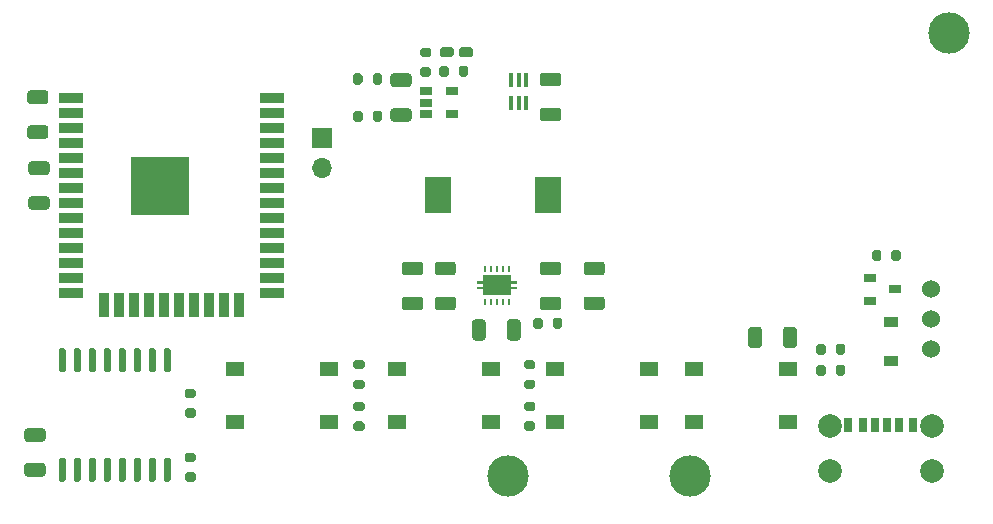
<source format=gbr>
G04 #@! TF.GenerationSoftware,KiCad,Pcbnew,5.1.10-88a1d61d58~90~ubuntu20.04.1*
G04 #@! TF.CreationDate,2021-08-07T17:50:34+05:30*
G04 #@! TF.ProjectId,open_authenticator,6f70656e-5f61-4757-9468-656e74696361,v01*
G04 #@! TF.SameCoordinates,Original*
G04 #@! TF.FileFunction,Soldermask,Top*
G04 #@! TF.FilePolarity,Negative*
%FSLAX46Y46*%
G04 Gerber Fmt 4.6, Leading zero omitted, Abs format (unit mm)*
G04 Created by KiCad (PCBNEW 5.1.10-88a1d61d58~90~ubuntu20.04.1) date 2021-08-07 17:50:34*
%MOMM*%
%LPD*%
G01*
G04 APERTURE LIST*
%ADD10C,3.500000*%
%ADD11R,1.550000X1.300000*%
%ADD12R,0.700000X1.200000*%
%ADD13R,0.760000X1.200000*%
%ADD14R,0.800000X1.200000*%
%ADD15C,2.000000*%
%ADD16R,1.200000X0.900000*%
%ADD17R,0.240000X0.600000*%
%ADD18C,0.100000*%
%ADD19R,0.400000X1.200000*%
%ADD20R,2.200000X3.050000*%
%ADD21R,1.100000X0.650000*%
%ADD22R,2.000000X0.900000*%
%ADD23R,0.900000X2.000000*%
%ADD24R,5.000000X5.000000*%
%ADD25R,1.060000X0.650000*%
%ADD26R,1.700000X1.700000*%
%ADD27O,1.700000X1.700000*%
%ADD28C,1.524000*%
G04 APERTURE END LIST*
D10*
X132422900Y-119659400D03*
X147802600Y-119659400D03*
X169765980Y-82179160D03*
D11*
X156075000Y-110600000D03*
X156075000Y-115100000D03*
X148125000Y-115100000D03*
X148125000Y-110600000D03*
D12*
X163480000Y-115311720D03*
D13*
X165500000Y-115311720D03*
D14*
X166730000Y-115311720D03*
D12*
X164480000Y-115311720D03*
D13*
X162460000Y-115311720D03*
D14*
X161230000Y-115311720D03*
D15*
X159660000Y-119261720D03*
X168300000Y-119261720D03*
X168300000Y-115461720D03*
X159660000Y-115461720D03*
D11*
X109300000Y-110600000D03*
X109300000Y-115100000D03*
X117250000Y-115100000D03*
X117250000Y-110600000D03*
G36*
G01*
X105775000Y-113075000D02*
X105225000Y-113075000D01*
G75*
G02*
X105025000Y-112875000I0J200000D01*
G01*
X105025000Y-112475000D01*
G75*
G02*
X105225000Y-112275000I200000J0D01*
G01*
X105775000Y-112275000D01*
G75*
G02*
X105975000Y-112475000I0J-200000D01*
G01*
X105975000Y-112875000D01*
G75*
G02*
X105775000Y-113075000I-200000J0D01*
G01*
G37*
G36*
G01*
X105775000Y-114725000D02*
X105225000Y-114725000D01*
G75*
G02*
X105025000Y-114525000I0J200000D01*
G01*
X105025000Y-114125000D01*
G75*
G02*
X105225000Y-113925000I200000J0D01*
G01*
X105775000Y-113925000D01*
G75*
G02*
X105975000Y-114125000I0J-200000D01*
G01*
X105975000Y-114525000D01*
G75*
G02*
X105775000Y-114725000I-200000J0D01*
G01*
G37*
D16*
X164833300Y-106647980D03*
X164833300Y-109947980D03*
G36*
G01*
X123674999Y-104475000D02*
X124975001Y-104475000D01*
G75*
G02*
X125225000Y-104724999I0J-249999D01*
G01*
X125225000Y-105375001D01*
G75*
G02*
X124975001Y-105625000I-249999J0D01*
G01*
X123674999Y-105625000D01*
G75*
G02*
X123425000Y-105375001I0J249999D01*
G01*
X123425000Y-104724999D01*
G75*
G02*
X123674999Y-104475000I249999J0D01*
G01*
G37*
G36*
G01*
X123674999Y-101525000D02*
X124975001Y-101525000D01*
G75*
G02*
X125225000Y-101774999I0J-249999D01*
G01*
X125225000Y-102425001D01*
G75*
G02*
X124975001Y-102675000I-249999J0D01*
G01*
X123674999Y-102675000D01*
G75*
G02*
X123425000Y-102425001I0J249999D01*
G01*
X123425000Y-101774999D01*
G75*
G02*
X123674999Y-101525000I249999J0D01*
G01*
G37*
D17*
X132500000Y-102100000D03*
X132000000Y-102100000D03*
X131500000Y-102100000D03*
X131000000Y-102100000D03*
X130500000Y-102100000D03*
X130500000Y-104900000D03*
X131000000Y-104900000D03*
X131500000Y-104900000D03*
X132000000Y-104900000D03*
X132500000Y-104900000D03*
D18*
G36*
X132700000Y-103375000D02*
G01*
X132700000Y-103625000D01*
X133200000Y-103625000D01*
X133200000Y-103875000D01*
X132700000Y-103875000D01*
X132700000Y-104325000D01*
X130300000Y-104325000D01*
X130300000Y-103875000D01*
X129800000Y-103875000D01*
X129800000Y-103625000D01*
X130300000Y-103625000D01*
X130300000Y-103375000D01*
X129800000Y-103375000D01*
X129800000Y-103125000D01*
X130300000Y-103125000D01*
X130300000Y-102675000D01*
X132700000Y-102675000D01*
X132700000Y-103125000D01*
X133200000Y-103125000D01*
X133200000Y-103375000D01*
X132700000Y-103375000D01*
G37*
G36*
G01*
X91699999Y-118575000D02*
X93000001Y-118575000D01*
G75*
G02*
X93250000Y-118824999I0J-249999D01*
G01*
X93250000Y-119475001D01*
G75*
G02*
X93000001Y-119725000I-249999J0D01*
G01*
X91699999Y-119725000D01*
G75*
G02*
X91450000Y-119475001I0J249999D01*
G01*
X91450000Y-118824999D01*
G75*
G02*
X91699999Y-118575000I249999J0D01*
G01*
G37*
G36*
G01*
X91699999Y-115625000D02*
X93000001Y-115625000D01*
G75*
G02*
X93250000Y-115874999I0J-249999D01*
G01*
X93250000Y-116525001D01*
G75*
G02*
X93000001Y-116775000I-249999J0D01*
G01*
X91699999Y-116775000D01*
G75*
G02*
X91450000Y-116525001I0J249999D01*
G01*
X91450000Y-115874999D01*
G75*
G02*
X91699999Y-115625000I249999J0D01*
G01*
G37*
G36*
G01*
X91949999Y-87025000D02*
X93250001Y-87025000D01*
G75*
G02*
X93500000Y-87274999I0J-249999D01*
G01*
X93500000Y-87925001D01*
G75*
G02*
X93250001Y-88175000I-249999J0D01*
G01*
X91949999Y-88175000D01*
G75*
G02*
X91700000Y-87925001I0J249999D01*
G01*
X91700000Y-87274999D01*
G75*
G02*
X91949999Y-87025000I249999J0D01*
G01*
G37*
G36*
G01*
X91949999Y-89975000D02*
X93250001Y-89975000D01*
G75*
G02*
X93500000Y-90224999I0J-249999D01*
G01*
X93500000Y-90875001D01*
G75*
G02*
X93250001Y-91125000I-249999J0D01*
G01*
X91949999Y-91125000D01*
G75*
G02*
X91700000Y-90875001I0J249999D01*
G01*
X91700000Y-90224999D01*
G75*
G02*
X91949999Y-89975000I249999J0D01*
G01*
G37*
G36*
G01*
X93350001Y-97125000D02*
X92049999Y-97125000D01*
G75*
G02*
X91800000Y-96875001I0J249999D01*
G01*
X91800000Y-96224999D01*
G75*
G02*
X92049999Y-95975000I249999J0D01*
G01*
X93350001Y-95975000D01*
G75*
G02*
X93600000Y-96224999I0J-249999D01*
G01*
X93600000Y-96875001D01*
G75*
G02*
X93350001Y-97125000I-249999J0D01*
G01*
G37*
G36*
G01*
X93350001Y-94175000D02*
X92049999Y-94175000D01*
G75*
G02*
X91800000Y-93925001I0J249999D01*
G01*
X91800000Y-93274999D01*
G75*
G02*
X92049999Y-93025000I249999J0D01*
G01*
X93350001Y-93025000D01*
G75*
G02*
X93600000Y-93274999I0J-249999D01*
G01*
X93600000Y-93925001D01*
G75*
G02*
X93350001Y-94175000I-249999J0D01*
G01*
G37*
G36*
G01*
X156854720Y-107285379D02*
X156854720Y-108585381D01*
G75*
G02*
X156604721Y-108835380I-249999J0D01*
G01*
X155954719Y-108835380D01*
G75*
G02*
X155704720Y-108585381I0J249999D01*
G01*
X155704720Y-107285379D01*
G75*
G02*
X155954719Y-107035380I249999J0D01*
G01*
X156604721Y-107035380D01*
G75*
G02*
X156854720Y-107285379I0J-249999D01*
G01*
G37*
G36*
G01*
X153904720Y-107285379D02*
X153904720Y-108585381D01*
G75*
G02*
X153654721Y-108835380I-249999J0D01*
G01*
X153004719Y-108835380D01*
G75*
G02*
X152754720Y-108585381I0J249999D01*
G01*
X152754720Y-107285379D01*
G75*
G02*
X153004719Y-107035380I249999J0D01*
G01*
X153654721Y-107035380D01*
G75*
G02*
X153904720Y-107285379I0J-249999D01*
G01*
G37*
G36*
G01*
X122699999Y-85575000D02*
X124000001Y-85575000D01*
G75*
G02*
X124250000Y-85824999I0J-249999D01*
G01*
X124250000Y-86475001D01*
G75*
G02*
X124000001Y-86725000I-249999J0D01*
G01*
X122699999Y-86725000D01*
G75*
G02*
X122450000Y-86475001I0J249999D01*
G01*
X122450000Y-85824999D01*
G75*
G02*
X122699999Y-85575000I249999J0D01*
G01*
G37*
G36*
G01*
X122699999Y-88525000D02*
X124000001Y-88525000D01*
G75*
G02*
X124250000Y-88774999I0J-249999D01*
G01*
X124250000Y-89425001D01*
G75*
G02*
X124000001Y-89675000I-249999J0D01*
G01*
X122699999Y-89675000D01*
G75*
G02*
X122450000Y-89425001I0J249999D01*
G01*
X122450000Y-88774999D01*
G75*
G02*
X122699999Y-88525000I249999J0D01*
G01*
G37*
G36*
G01*
X135349999Y-88475000D02*
X136650001Y-88475000D01*
G75*
G02*
X136900000Y-88724999I0J-249999D01*
G01*
X136900000Y-89375001D01*
G75*
G02*
X136650001Y-89625000I-249999J0D01*
G01*
X135349999Y-89625000D01*
G75*
G02*
X135100000Y-89375001I0J249999D01*
G01*
X135100000Y-88724999D01*
G75*
G02*
X135349999Y-88475000I249999J0D01*
G01*
G37*
G36*
G01*
X135349999Y-85525000D02*
X136650001Y-85525000D01*
G75*
G02*
X136900000Y-85774999I0J-249999D01*
G01*
X136900000Y-86425001D01*
G75*
G02*
X136650001Y-86675000I-249999J0D01*
G01*
X135349999Y-86675000D01*
G75*
G02*
X135100000Y-86425001I0J249999D01*
G01*
X135100000Y-85774999D01*
G75*
G02*
X135349999Y-85525000I249999J0D01*
G01*
G37*
G36*
G01*
X126449999Y-104475000D02*
X127750001Y-104475000D01*
G75*
G02*
X128000000Y-104724999I0J-249999D01*
G01*
X128000000Y-105375001D01*
G75*
G02*
X127750001Y-105625000I-249999J0D01*
G01*
X126449999Y-105625000D01*
G75*
G02*
X126200000Y-105375001I0J249999D01*
G01*
X126200000Y-104724999D01*
G75*
G02*
X126449999Y-104475000I249999J0D01*
G01*
G37*
G36*
G01*
X126449999Y-101525000D02*
X127750001Y-101525000D01*
G75*
G02*
X128000000Y-101774999I0J-249999D01*
G01*
X128000000Y-102425001D01*
G75*
G02*
X127750001Y-102675000I-249999J0D01*
G01*
X126449999Y-102675000D01*
G75*
G02*
X126200000Y-102425001I0J249999D01*
G01*
X126200000Y-101774999D01*
G75*
G02*
X126449999Y-101525000I249999J0D01*
G01*
G37*
G36*
G01*
X130525000Y-106649999D02*
X130525000Y-107950001D01*
G75*
G02*
X130275001Y-108200000I-249999J0D01*
G01*
X129624999Y-108200000D01*
G75*
G02*
X129375000Y-107950001I0J249999D01*
G01*
X129375000Y-106649999D01*
G75*
G02*
X129624999Y-106400000I249999J0D01*
G01*
X130275001Y-106400000D01*
G75*
G02*
X130525000Y-106649999I0J-249999D01*
G01*
G37*
G36*
G01*
X133475000Y-106649999D02*
X133475000Y-107950001D01*
G75*
G02*
X133225001Y-108200000I-249999J0D01*
G01*
X132574999Y-108200000D01*
G75*
G02*
X132325000Y-107950001I0J249999D01*
G01*
X132325000Y-106649999D01*
G75*
G02*
X132574999Y-106400000I249999J0D01*
G01*
X133225001Y-106400000D01*
G75*
G02*
X133475000Y-106649999I0J-249999D01*
G01*
G37*
G36*
G01*
X135349999Y-101525000D02*
X136650001Y-101525000D01*
G75*
G02*
X136900000Y-101774999I0J-249999D01*
G01*
X136900000Y-102425001D01*
G75*
G02*
X136650001Y-102675000I-249999J0D01*
G01*
X135349999Y-102675000D01*
G75*
G02*
X135100000Y-102425001I0J249999D01*
G01*
X135100000Y-101774999D01*
G75*
G02*
X135349999Y-101525000I249999J0D01*
G01*
G37*
G36*
G01*
X135349999Y-104475000D02*
X136650001Y-104475000D01*
G75*
G02*
X136900000Y-104724999I0J-249999D01*
G01*
X136900000Y-105375001D01*
G75*
G02*
X136650001Y-105625000I-249999J0D01*
G01*
X135349999Y-105625000D01*
G75*
G02*
X135100000Y-105375001I0J249999D01*
G01*
X135100000Y-104724999D01*
G75*
G02*
X135349999Y-104475000I249999J0D01*
G01*
G37*
G36*
G01*
X139049999Y-104475000D02*
X140350001Y-104475000D01*
G75*
G02*
X140600000Y-104724999I0J-249999D01*
G01*
X140600000Y-105375001D01*
G75*
G02*
X140350001Y-105625000I-249999J0D01*
G01*
X139049999Y-105625000D01*
G75*
G02*
X138800000Y-105375001I0J249999D01*
G01*
X138800000Y-104724999D01*
G75*
G02*
X139049999Y-104475000I249999J0D01*
G01*
G37*
G36*
G01*
X139049999Y-101525000D02*
X140350001Y-101525000D01*
G75*
G02*
X140600000Y-101774999I0J-249999D01*
G01*
X140600000Y-102425001D01*
G75*
G02*
X140350001Y-102675000I-249999J0D01*
G01*
X139049999Y-102675000D01*
G75*
G02*
X138800000Y-102425001I0J249999D01*
G01*
X138800000Y-101774999D01*
G75*
G02*
X139049999Y-101525000I249999J0D01*
G01*
G37*
G36*
G01*
X128237500Y-84012500D02*
X128237500Y-83587500D01*
G75*
G02*
X128450000Y-83375000I212500J0D01*
G01*
X129250000Y-83375000D01*
G75*
G02*
X129462500Y-83587500I0J-212500D01*
G01*
X129462500Y-84012500D01*
G75*
G02*
X129250000Y-84225000I-212500J0D01*
G01*
X128450000Y-84225000D01*
G75*
G02*
X128237500Y-84012500I0J212500D01*
G01*
G37*
G36*
G01*
X126612500Y-84012500D02*
X126612500Y-83587500D01*
G75*
G02*
X126825000Y-83375000I212500J0D01*
G01*
X127625000Y-83375000D01*
G75*
G02*
X127837500Y-83587500I0J-212500D01*
G01*
X127837500Y-84012500D01*
G75*
G02*
X127625000Y-84225000I-212500J0D01*
G01*
X126825000Y-84225000D01*
G75*
G02*
X126612500Y-84012500I0J212500D01*
G01*
G37*
D19*
X133950000Y-88050000D03*
X133300000Y-88050000D03*
X132650000Y-88050000D03*
X132650000Y-86150000D03*
X133300000Y-86150000D03*
X133950000Y-86150000D03*
D20*
X126500000Y-95850000D03*
X135800000Y-95850000D03*
D21*
X163051780Y-102900600D03*
X163051780Y-104820600D03*
X165151780Y-103860600D03*
G36*
G01*
X135350000Y-106475000D02*
X135350000Y-107025000D01*
G75*
G02*
X135150000Y-107225000I-200000J0D01*
G01*
X134750000Y-107225000D01*
G75*
G02*
X134550000Y-107025000I0J200000D01*
G01*
X134550000Y-106475000D01*
G75*
G02*
X134750000Y-106275000I200000J0D01*
G01*
X135150000Y-106275000D01*
G75*
G02*
X135350000Y-106475000I0J-200000D01*
G01*
G37*
G36*
G01*
X137000000Y-106475000D02*
X137000000Y-107025000D01*
G75*
G02*
X136800000Y-107225000I-200000J0D01*
G01*
X136400000Y-107225000D01*
G75*
G02*
X136200000Y-107025000I0J200000D01*
G01*
X136200000Y-106475000D01*
G75*
G02*
X136400000Y-106275000I200000J0D01*
G01*
X136800000Y-106275000D01*
G75*
G02*
X137000000Y-106475000I0J-200000D01*
G01*
G37*
G36*
G01*
X105225000Y-117700000D02*
X105775000Y-117700000D01*
G75*
G02*
X105975000Y-117900000I0J-200000D01*
G01*
X105975000Y-118300000D01*
G75*
G02*
X105775000Y-118500000I-200000J0D01*
G01*
X105225000Y-118500000D01*
G75*
G02*
X105025000Y-118300000I0J200000D01*
G01*
X105025000Y-117900000D01*
G75*
G02*
X105225000Y-117700000I200000J0D01*
G01*
G37*
G36*
G01*
X105225000Y-119350000D02*
X105775000Y-119350000D01*
G75*
G02*
X105975000Y-119550000I0J-200000D01*
G01*
X105975000Y-119950000D01*
G75*
G02*
X105775000Y-120150000I-200000J0D01*
G01*
X105225000Y-120150000D01*
G75*
G02*
X105025000Y-119950000I0J200000D01*
G01*
X105025000Y-119550000D01*
G75*
G02*
X105225000Y-119350000I200000J0D01*
G01*
G37*
G36*
G01*
X120075000Y-112300000D02*
X119525000Y-112300000D01*
G75*
G02*
X119325000Y-112100000I0J200000D01*
G01*
X119325000Y-111700000D01*
G75*
G02*
X119525000Y-111500000I200000J0D01*
G01*
X120075000Y-111500000D01*
G75*
G02*
X120275000Y-111700000I0J-200000D01*
G01*
X120275000Y-112100000D01*
G75*
G02*
X120075000Y-112300000I-200000J0D01*
G01*
G37*
G36*
G01*
X120075000Y-110650000D02*
X119525000Y-110650000D01*
G75*
G02*
X119325000Y-110450000I0J200000D01*
G01*
X119325000Y-110050000D01*
G75*
G02*
X119525000Y-109850000I200000J0D01*
G01*
X120075000Y-109850000D01*
G75*
G02*
X120275000Y-110050000I0J-200000D01*
G01*
X120275000Y-110450000D01*
G75*
G02*
X120075000Y-110650000I-200000J0D01*
G01*
G37*
G36*
G01*
X133975000Y-115047580D02*
X134525000Y-115047580D01*
G75*
G02*
X134725000Y-115247580I0J-200000D01*
G01*
X134725000Y-115647580D01*
G75*
G02*
X134525000Y-115847580I-200000J0D01*
G01*
X133975000Y-115847580D01*
G75*
G02*
X133775000Y-115647580I0J200000D01*
G01*
X133775000Y-115247580D01*
G75*
G02*
X133975000Y-115047580I200000J0D01*
G01*
G37*
G36*
G01*
X133975000Y-113397580D02*
X134525000Y-113397580D01*
G75*
G02*
X134725000Y-113597580I0J-200000D01*
G01*
X134725000Y-113997580D01*
G75*
G02*
X134525000Y-114197580I-200000J0D01*
G01*
X133975000Y-114197580D01*
G75*
G02*
X133775000Y-113997580I0J200000D01*
G01*
X133775000Y-113597580D01*
G75*
G02*
X133975000Y-113397580I200000J0D01*
G01*
G37*
G36*
G01*
X134525000Y-112300000D02*
X133975000Y-112300000D01*
G75*
G02*
X133775000Y-112100000I0J200000D01*
G01*
X133775000Y-111700000D01*
G75*
G02*
X133975000Y-111500000I200000J0D01*
G01*
X134525000Y-111500000D01*
G75*
G02*
X134725000Y-111700000I0J-200000D01*
G01*
X134725000Y-112100000D01*
G75*
G02*
X134525000Y-112300000I-200000J0D01*
G01*
G37*
G36*
G01*
X134525000Y-110650000D02*
X133975000Y-110650000D01*
G75*
G02*
X133775000Y-110450000I0J200000D01*
G01*
X133775000Y-110050000D01*
G75*
G02*
X133975000Y-109850000I200000J0D01*
G01*
X134525000Y-109850000D01*
G75*
G02*
X134725000Y-110050000I0J-200000D01*
G01*
X134725000Y-110450000D01*
G75*
G02*
X134525000Y-110650000I-200000J0D01*
G01*
G37*
G36*
G01*
X128250000Y-85675000D02*
X128250000Y-85125000D01*
G75*
G02*
X128450000Y-84925000I200000J0D01*
G01*
X128850000Y-84925000D01*
G75*
G02*
X129050000Y-85125000I0J-200000D01*
G01*
X129050000Y-85675000D01*
G75*
G02*
X128850000Y-85875000I-200000J0D01*
G01*
X128450000Y-85875000D01*
G75*
G02*
X128250000Y-85675000I0J200000D01*
G01*
G37*
G36*
G01*
X126600000Y-85675000D02*
X126600000Y-85125000D01*
G75*
G02*
X126800000Y-84925000I200000J0D01*
G01*
X127200000Y-84925000D01*
G75*
G02*
X127400000Y-85125000I0J-200000D01*
G01*
X127400000Y-85675000D01*
G75*
G02*
X127200000Y-85875000I-200000J0D01*
G01*
X126800000Y-85875000D01*
G75*
G02*
X126600000Y-85675000I0J200000D01*
G01*
G37*
G36*
G01*
X125725000Y-85850000D02*
X125175000Y-85850000D01*
G75*
G02*
X124975000Y-85650000I0J200000D01*
G01*
X124975000Y-85250000D01*
G75*
G02*
X125175000Y-85050000I200000J0D01*
G01*
X125725000Y-85050000D01*
G75*
G02*
X125925000Y-85250000I0J-200000D01*
G01*
X125925000Y-85650000D01*
G75*
G02*
X125725000Y-85850000I-200000J0D01*
G01*
G37*
G36*
G01*
X125725000Y-84200000D02*
X125175000Y-84200000D01*
G75*
G02*
X124975000Y-84000000I0J200000D01*
G01*
X124975000Y-83600000D01*
G75*
G02*
X125175000Y-83400000I200000J0D01*
G01*
X125725000Y-83400000D01*
G75*
G02*
X125925000Y-83600000I0J-200000D01*
G01*
X125925000Y-84000000D01*
G75*
G02*
X125725000Y-84200000I-200000J0D01*
G01*
G37*
G36*
G01*
X120100000Y-88925000D02*
X120100000Y-89475000D01*
G75*
G02*
X119900000Y-89675000I-200000J0D01*
G01*
X119500000Y-89675000D01*
G75*
G02*
X119300000Y-89475000I0J200000D01*
G01*
X119300000Y-88925000D01*
G75*
G02*
X119500000Y-88725000I200000J0D01*
G01*
X119900000Y-88725000D01*
G75*
G02*
X120100000Y-88925000I0J-200000D01*
G01*
G37*
G36*
G01*
X121750000Y-88925000D02*
X121750000Y-89475000D01*
G75*
G02*
X121550000Y-89675000I-200000J0D01*
G01*
X121150000Y-89675000D01*
G75*
G02*
X120950000Y-89475000I0J200000D01*
G01*
X120950000Y-88925000D01*
G75*
G02*
X121150000Y-88725000I200000J0D01*
G01*
X121550000Y-88725000D01*
G75*
G02*
X121750000Y-88925000I0J-200000D01*
G01*
G37*
G36*
G01*
X119300000Y-86325000D02*
X119300000Y-85775000D01*
G75*
G02*
X119500000Y-85575000I200000J0D01*
G01*
X119900000Y-85575000D01*
G75*
G02*
X120100000Y-85775000I0J-200000D01*
G01*
X120100000Y-86325000D01*
G75*
G02*
X119900000Y-86525000I-200000J0D01*
G01*
X119500000Y-86525000D01*
G75*
G02*
X119300000Y-86325000I0J200000D01*
G01*
G37*
G36*
G01*
X120950000Y-86325000D02*
X120950000Y-85775000D01*
G75*
G02*
X121150000Y-85575000I200000J0D01*
G01*
X121550000Y-85575000D01*
G75*
G02*
X121750000Y-85775000I0J-200000D01*
G01*
X121750000Y-86325000D01*
G75*
G02*
X121550000Y-86525000I-200000J0D01*
G01*
X121150000Y-86525000D01*
G75*
G02*
X120950000Y-86325000I0J200000D01*
G01*
G37*
G36*
G01*
X158505440Y-109223220D02*
X158505440Y-108673220D01*
G75*
G02*
X158705440Y-108473220I200000J0D01*
G01*
X159105440Y-108473220D01*
G75*
G02*
X159305440Y-108673220I0J-200000D01*
G01*
X159305440Y-109223220D01*
G75*
G02*
X159105440Y-109423220I-200000J0D01*
G01*
X158705440Y-109423220D01*
G75*
G02*
X158505440Y-109223220I0J200000D01*
G01*
G37*
G36*
G01*
X160155440Y-109223220D02*
X160155440Y-108673220D01*
G75*
G02*
X160355440Y-108473220I200000J0D01*
G01*
X160755440Y-108473220D01*
G75*
G02*
X160955440Y-108673220I0J-200000D01*
G01*
X160955440Y-109223220D01*
G75*
G02*
X160755440Y-109423220I-200000J0D01*
G01*
X160355440Y-109423220D01*
G75*
G02*
X160155440Y-109223220I0J200000D01*
G01*
G37*
G36*
G01*
X160161660Y-111000000D02*
X160161660Y-110450000D01*
G75*
G02*
X160361660Y-110250000I200000J0D01*
G01*
X160761660Y-110250000D01*
G75*
G02*
X160961660Y-110450000I0J-200000D01*
G01*
X160961660Y-111000000D01*
G75*
G02*
X160761660Y-111200000I-200000J0D01*
G01*
X160361660Y-111200000D01*
G75*
G02*
X160161660Y-111000000I0J200000D01*
G01*
G37*
G36*
G01*
X158511660Y-111000000D02*
X158511660Y-110450000D01*
G75*
G02*
X158711660Y-110250000I200000J0D01*
G01*
X159111660Y-110250000D01*
G75*
G02*
X159311660Y-110450000I0J-200000D01*
G01*
X159311660Y-111000000D01*
G75*
G02*
X159111660Y-111200000I-200000J0D01*
G01*
X158711660Y-111200000D01*
G75*
G02*
X158511660Y-111000000I0J200000D01*
G01*
G37*
G36*
G01*
X163224260Y-101270480D02*
X163224260Y-100720480D01*
G75*
G02*
X163424260Y-100520480I200000J0D01*
G01*
X163824260Y-100520480D01*
G75*
G02*
X164024260Y-100720480I0J-200000D01*
G01*
X164024260Y-101270480D01*
G75*
G02*
X163824260Y-101470480I-200000J0D01*
G01*
X163424260Y-101470480D01*
G75*
G02*
X163224260Y-101270480I0J200000D01*
G01*
G37*
G36*
G01*
X164874260Y-101270480D02*
X164874260Y-100720480D01*
G75*
G02*
X165074260Y-100520480I200000J0D01*
G01*
X165474260Y-100520480D01*
G75*
G02*
X165674260Y-100720480I0J-200000D01*
G01*
X165674260Y-101270480D01*
G75*
G02*
X165474260Y-101470480I-200000J0D01*
G01*
X165074260Y-101470480D01*
G75*
G02*
X164874260Y-101270480I0J200000D01*
G01*
G37*
G36*
G01*
X119525000Y-115047580D02*
X120075000Y-115047580D01*
G75*
G02*
X120275000Y-115247580I0J-200000D01*
G01*
X120275000Y-115647580D01*
G75*
G02*
X120075000Y-115847580I-200000J0D01*
G01*
X119525000Y-115847580D01*
G75*
G02*
X119325000Y-115647580I0J200000D01*
G01*
X119325000Y-115247580D01*
G75*
G02*
X119525000Y-115047580I200000J0D01*
G01*
G37*
G36*
G01*
X119525000Y-113397580D02*
X120075000Y-113397580D01*
G75*
G02*
X120275000Y-113597580I0J-200000D01*
G01*
X120275000Y-113997580D01*
G75*
G02*
X120075000Y-114197580I-200000J0D01*
G01*
X119525000Y-114197580D01*
G75*
G02*
X119325000Y-113997580I0J200000D01*
G01*
X119325000Y-113597580D01*
G75*
G02*
X119525000Y-113397580I200000J0D01*
G01*
G37*
D11*
X123025000Y-115100000D03*
X123025000Y-110600000D03*
X130975000Y-110600000D03*
X130975000Y-115100000D03*
X136375000Y-110600000D03*
X136375000Y-115100000D03*
X144325000Y-115100000D03*
X144325000Y-110600000D03*
D22*
X112450000Y-87645000D03*
X112450000Y-88915000D03*
X112450000Y-90185000D03*
X112450000Y-91455000D03*
X112450000Y-92725000D03*
X112450000Y-93995000D03*
X112450000Y-95265000D03*
X112450000Y-96535000D03*
X112450000Y-97805000D03*
X112450000Y-99075000D03*
X112450000Y-100345000D03*
X112450000Y-101615000D03*
X112450000Y-102885000D03*
X112450000Y-104155000D03*
D23*
X109665000Y-105155000D03*
X108395000Y-105155000D03*
X107125000Y-105155000D03*
X105855000Y-105155000D03*
X104585000Y-105155000D03*
X103315000Y-105155000D03*
X102045000Y-105155000D03*
X100775000Y-105155000D03*
X99505000Y-105155000D03*
X98235000Y-105155000D03*
D22*
X95450000Y-104155000D03*
X95450000Y-102885000D03*
X95450000Y-101615000D03*
X95450000Y-100345000D03*
X95450000Y-99075000D03*
X95450000Y-97805000D03*
X95450000Y-96535000D03*
X95450000Y-95265000D03*
X95450000Y-93995000D03*
X95450000Y-92725000D03*
X95450000Y-91455000D03*
X95450000Y-90185000D03*
X95450000Y-88915000D03*
X95450000Y-87645000D03*
D24*
X102950000Y-95145000D03*
G36*
G01*
X103395000Y-108825000D02*
X103695000Y-108825000D01*
G75*
G02*
X103845000Y-108975000I0J-150000D01*
G01*
X103845000Y-110725000D01*
G75*
G02*
X103695000Y-110875000I-150000J0D01*
G01*
X103395000Y-110875000D01*
G75*
G02*
X103245000Y-110725000I0J150000D01*
G01*
X103245000Y-108975000D01*
G75*
G02*
X103395000Y-108825000I150000J0D01*
G01*
G37*
G36*
G01*
X102125000Y-108825000D02*
X102425000Y-108825000D01*
G75*
G02*
X102575000Y-108975000I0J-150000D01*
G01*
X102575000Y-110725000D01*
G75*
G02*
X102425000Y-110875000I-150000J0D01*
G01*
X102125000Y-110875000D01*
G75*
G02*
X101975000Y-110725000I0J150000D01*
G01*
X101975000Y-108975000D01*
G75*
G02*
X102125000Y-108825000I150000J0D01*
G01*
G37*
G36*
G01*
X100855000Y-108825000D02*
X101155000Y-108825000D01*
G75*
G02*
X101305000Y-108975000I0J-150000D01*
G01*
X101305000Y-110725000D01*
G75*
G02*
X101155000Y-110875000I-150000J0D01*
G01*
X100855000Y-110875000D01*
G75*
G02*
X100705000Y-110725000I0J150000D01*
G01*
X100705000Y-108975000D01*
G75*
G02*
X100855000Y-108825000I150000J0D01*
G01*
G37*
G36*
G01*
X99585000Y-108825000D02*
X99885000Y-108825000D01*
G75*
G02*
X100035000Y-108975000I0J-150000D01*
G01*
X100035000Y-110725000D01*
G75*
G02*
X99885000Y-110875000I-150000J0D01*
G01*
X99585000Y-110875000D01*
G75*
G02*
X99435000Y-110725000I0J150000D01*
G01*
X99435000Y-108975000D01*
G75*
G02*
X99585000Y-108825000I150000J0D01*
G01*
G37*
G36*
G01*
X98315000Y-108825000D02*
X98615000Y-108825000D01*
G75*
G02*
X98765000Y-108975000I0J-150000D01*
G01*
X98765000Y-110725000D01*
G75*
G02*
X98615000Y-110875000I-150000J0D01*
G01*
X98315000Y-110875000D01*
G75*
G02*
X98165000Y-110725000I0J150000D01*
G01*
X98165000Y-108975000D01*
G75*
G02*
X98315000Y-108825000I150000J0D01*
G01*
G37*
G36*
G01*
X97045000Y-108825000D02*
X97345000Y-108825000D01*
G75*
G02*
X97495000Y-108975000I0J-150000D01*
G01*
X97495000Y-110725000D01*
G75*
G02*
X97345000Y-110875000I-150000J0D01*
G01*
X97045000Y-110875000D01*
G75*
G02*
X96895000Y-110725000I0J150000D01*
G01*
X96895000Y-108975000D01*
G75*
G02*
X97045000Y-108825000I150000J0D01*
G01*
G37*
G36*
G01*
X95775000Y-108825000D02*
X96075000Y-108825000D01*
G75*
G02*
X96225000Y-108975000I0J-150000D01*
G01*
X96225000Y-110725000D01*
G75*
G02*
X96075000Y-110875000I-150000J0D01*
G01*
X95775000Y-110875000D01*
G75*
G02*
X95625000Y-110725000I0J150000D01*
G01*
X95625000Y-108975000D01*
G75*
G02*
X95775000Y-108825000I150000J0D01*
G01*
G37*
G36*
G01*
X94505000Y-108825000D02*
X94805000Y-108825000D01*
G75*
G02*
X94955000Y-108975000I0J-150000D01*
G01*
X94955000Y-110725000D01*
G75*
G02*
X94805000Y-110875000I-150000J0D01*
G01*
X94505000Y-110875000D01*
G75*
G02*
X94355000Y-110725000I0J150000D01*
G01*
X94355000Y-108975000D01*
G75*
G02*
X94505000Y-108825000I150000J0D01*
G01*
G37*
G36*
G01*
X94505000Y-118125000D02*
X94805000Y-118125000D01*
G75*
G02*
X94955000Y-118275000I0J-150000D01*
G01*
X94955000Y-120025000D01*
G75*
G02*
X94805000Y-120175000I-150000J0D01*
G01*
X94505000Y-120175000D01*
G75*
G02*
X94355000Y-120025000I0J150000D01*
G01*
X94355000Y-118275000D01*
G75*
G02*
X94505000Y-118125000I150000J0D01*
G01*
G37*
G36*
G01*
X95775000Y-118125000D02*
X96075000Y-118125000D01*
G75*
G02*
X96225000Y-118275000I0J-150000D01*
G01*
X96225000Y-120025000D01*
G75*
G02*
X96075000Y-120175000I-150000J0D01*
G01*
X95775000Y-120175000D01*
G75*
G02*
X95625000Y-120025000I0J150000D01*
G01*
X95625000Y-118275000D01*
G75*
G02*
X95775000Y-118125000I150000J0D01*
G01*
G37*
G36*
G01*
X97045000Y-118125000D02*
X97345000Y-118125000D01*
G75*
G02*
X97495000Y-118275000I0J-150000D01*
G01*
X97495000Y-120025000D01*
G75*
G02*
X97345000Y-120175000I-150000J0D01*
G01*
X97045000Y-120175000D01*
G75*
G02*
X96895000Y-120025000I0J150000D01*
G01*
X96895000Y-118275000D01*
G75*
G02*
X97045000Y-118125000I150000J0D01*
G01*
G37*
G36*
G01*
X98315000Y-118125000D02*
X98615000Y-118125000D01*
G75*
G02*
X98765000Y-118275000I0J-150000D01*
G01*
X98765000Y-120025000D01*
G75*
G02*
X98615000Y-120175000I-150000J0D01*
G01*
X98315000Y-120175000D01*
G75*
G02*
X98165000Y-120025000I0J150000D01*
G01*
X98165000Y-118275000D01*
G75*
G02*
X98315000Y-118125000I150000J0D01*
G01*
G37*
G36*
G01*
X99585000Y-118125000D02*
X99885000Y-118125000D01*
G75*
G02*
X100035000Y-118275000I0J-150000D01*
G01*
X100035000Y-120025000D01*
G75*
G02*
X99885000Y-120175000I-150000J0D01*
G01*
X99585000Y-120175000D01*
G75*
G02*
X99435000Y-120025000I0J150000D01*
G01*
X99435000Y-118275000D01*
G75*
G02*
X99585000Y-118125000I150000J0D01*
G01*
G37*
G36*
G01*
X100855000Y-118125000D02*
X101155000Y-118125000D01*
G75*
G02*
X101305000Y-118275000I0J-150000D01*
G01*
X101305000Y-120025000D01*
G75*
G02*
X101155000Y-120175000I-150000J0D01*
G01*
X100855000Y-120175000D01*
G75*
G02*
X100705000Y-120025000I0J150000D01*
G01*
X100705000Y-118275000D01*
G75*
G02*
X100855000Y-118125000I150000J0D01*
G01*
G37*
G36*
G01*
X102125000Y-118125000D02*
X102425000Y-118125000D01*
G75*
G02*
X102575000Y-118275000I0J-150000D01*
G01*
X102575000Y-120025000D01*
G75*
G02*
X102425000Y-120175000I-150000J0D01*
G01*
X102125000Y-120175000D01*
G75*
G02*
X101975000Y-120025000I0J150000D01*
G01*
X101975000Y-118275000D01*
G75*
G02*
X102125000Y-118125000I150000J0D01*
G01*
G37*
G36*
G01*
X103395000Y-118125000D02*
X103695000Y-118125000D01*
G75*
G02*
X103845000Y-118275000I0J-150000D01*
G01*
X103845000Y-120025000D01*
G75*
G02*
X103695000Y-120175000I-150000J0D01*
G01*
X103395000Y-120175000D01*
G75*
G02*
X103245000Y-120025000I0J150000D01*
G01*
X103245000Y-118275000D01*
G75*
G02*
X103395000Y-118125000I150000J0D01*
G01*
G37*
D25*
X125450000Y-87100000D03*
X125450000Y-88050000D03*
X125450000Y-89000000D03*
X127650000Y-89000000D03*
X127650000Y-87100000D03*
D26*
X116636800Y-91033600D03*
D27*
X116636800Y-93573600D03*
D28*
X168216580Y-103827580D03*
X168216580Y-106367580D03*
X168216580Y-108907580D03*
M02*

</source>
